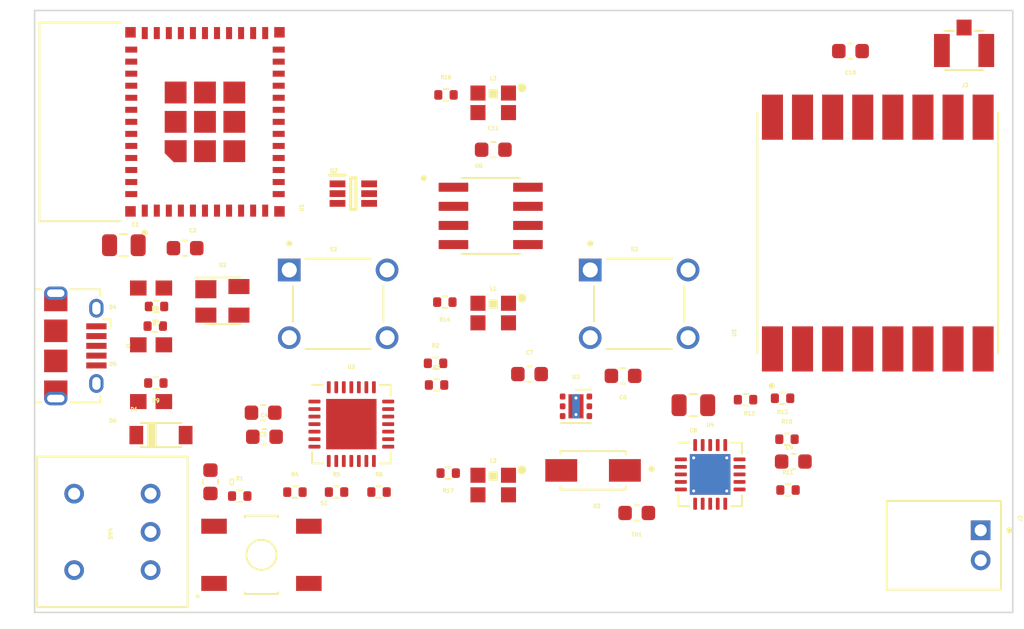
<source format=kicad_pcb>
(kicad_pcb (version 20211014) (generator pcbnew)
  (layers (0 "F.Cu" signal) (31 "B.Cu" signal) (34 "B.Paste" user) (35 "F.Paste" user) (36 "B.SilkS" user "B.Silkscreen") (37 "F.SilkS" user "F.Silkscreen") (38 "B.Mask" user) (39 "F.Mask" user) (44 "Edge.Cuts" user))
  (net 0 "")
  (net 1 "+3V3")
  (net 2 "GND")
  (net 3 "RESET")
  (net 4 "Net-(C6-Pad2)")
  (net 5 "VBUS")
  (net 6 "Net-(C9-Pad1)")
  (net 7 "Net-(D2-Pad2)")
  (net 8 "USB_DP")
  (net 9 "USB_DN")
  (net 10 "Net-(D4-Pad1)")
  (net 11 "Net-(D5-Pad1)")
  (net 12 "Net-(D6-Pad1)")
  (net 15 "Net-(J2-Pad1)")
  (net 16 "Net-(J3-Pad2)")
  (net 18 "Net-(L1-Pad3)")
  (net 20 "Net-(L2-Pad3)")
  (net 22 "Net-(L3-Pad3)")
  (net 23 "DTR")
  (net 24 "RTS")
  (net 25 "GPIO0")
  (net 26 "Net-(R2-Pad1)")
  (net 27 "RXD0")
  (net 28 "Net-(R3-Pad1)")
  (net 29 "TXD0")
  (net 30 "Net-(R4-Pad2)")
  (net 31 "Net-(R6-Pad1)")
  (net 32 "Net-(R7-Pad1)")
  (net 33 "Net-(U4-Pad7)")
  (net 34 "Net-(R9-Pad1)")
  (net 35 "Net-(R10-Pad1)")
  (net 36 "Net-(R11-Pad1)")
  (net 37 "BATT_LEVEL")
  (net 38 "STATUS_LED_DATA")
  (net 39 "BATSTAT_LED_DATA")
  (net 40 "Net-(U6-Pad2)")
  (net 41 "Net-(TH1-Pad1)")
  (net 51 "DI0_LORA")
  (net 52 "RESET_LORA")
  (net 53 "SCK_LORA")
  (net 54 "MISO_LORA")
  (net 55 "MOSI_LORA")
  (net 56 "NSS_LORA")
  (net 60 "OFF_SW_OUT")
  (net 61 "ON_SW_OUT")
  (net 83 "DTS")
  (net 93 "Net-(S3-Pad2)")
  (net 94 "LORA_LED_DATA")
  (footprint "Capacitor_SMD:C_0603_1608Metric" (layer "F.Cu") (at 100.188 96.728 180)
    (fp_text reference "C5" (at 0 -1.43) (layer "F.SilkS") (effects (font (size 0.25 0.25) (thickness 0.1))))
    (fp_text value ".1uF")
    (pad "1" smd roundrect locked (at -0.775 0 180) (size 0.9 0.95) (layers "F.Cu" "F.Paste" "F.Mask") (net 1 "+3V3"))
    (pad "2" smd roundrect locked (at 0.775 0 180) (size 0.9 0.95) (layers "F.Cu" "F.Paste" "F.Mask") (net 2 "GND"))
  )
  (footprint "Custom:WS2812B-2020" (layer "F.Cu") (at 115.478 101.535)
    (fp_text reference "L3" (at 0 -1.624) (layer "F.SilkS") (effects (font (size 0.25 0.25) (thickness 0.1))))
    (fp_text value "WS2812B-2020")
    (pad "1" smd rect (at 1.015 0.65) (size 1 1) (layers "F.Cu" "F.Paste" "F.Mask"))
    (pad "2" smd rect (at 1.015 -0.65) (size 1 1) (layers "F.Cu" "F.Paste" "F.Mask") (net 2 "GND"))
    (pad "3" smd rect (at -1.015 -0.65) (size 1 1) (layers "F.Cu" "F.Paste" "F.Mask") (net 22 "Net-(L3-Pad3)"))
    (pad "4" smd rect (at -1.015 0.65) (size 1 1) (layers "F.Cu" "F.Paste" "F.Mask") (net 1 "+3V3"))
  )
  (footprint "Custom:JST_S2B-PH-K-S(LF)(SN)" (layer "F.Cu") (at 147.87 105.539 -90)
    (fp_text reference "J2" (at -1.776 -2.6398 90) (layer "F.SilkS") (effects (font (size 0.25 0.25) (thickness 0.1))))
    (fp_text value "S2B-PH-K-S(LF)(SN)")
    (pad "1" thru_hole rect (at -1 0 270) (size 1.308 1.308) (drill 0.8) (layers *.Cu *.Mask) (net 15 "Net-(J2-Pad1)"))
    (pad "2" thru_hole circle (at 1 0 270) (size 1.308 1.308) (drill 0.8) (layers *.Cu *.Mask) (net 2 "GND"))
  )
  (footprint "Package_DFN_QFN:QFN-28-1EP_5x5mm_P0.5mm_EP3.35x3.35mm" (layer "F.Cu") (at 106.048 97.486)
    (fp_text reference "U2" (at 0 -3.8) (layer "F.SilkS") (effects (font (size 0.25 0.25) (thickness 0.1))))
    (fp_text value "CP2102N-A02-GQFN28")
    (pad "1" smd roundrect locked (at -2.45 -1.5) (size 0.8 0.25) (layers "F.Cu" "F.Paste" "F.Mask"))
    (pad "2" smd roundrect locked (at -2.45 -1) (size 0.8 0.25) (layers "F.Cu" "F.Paste" "F.Mask"))
    (pad "3" smd roundrect locked (at -2.45 -0.5) (size 0.8 0.25) (layers "F.Cu" "F.Paste" "F.Mask") (net 2 "GND"))
    (pad "4" smd roundrect locked (at -2.45 0) (size 0.8 0.25) (layers "F.Cu" "F.Paste" "F.Mask") (net 8 "USB_DP"))
    (pad "5" smd roundrect locked (at -2.45 0.5) (size 0.8 0.25) (layers "F.Cu" "F.Paste" "F.Mask") (net 9 "USB_DN"))
    (pad "6" smd roundrect locked (at -2.45 1) (size 0.8 0.25) (layers "F.Cu" "F.Paste" "F.Mask") (net 1 "+3V3"))
    (pad "7" smd roundrect locked (at -2.45 1.5) (size 0.8 0.25) (layers "F.Cu" "F.Paste" "F.Mask") (net 1 "+3V3"))
    (pad "8" smd roundrect locked (at -1.5 2.45) (size 0.25 0.8) (layers "F.Cu" "F.Paste" "F.Mask") (net 30 "Net-(R4-Pad2)"))
    (pad "9" smd roundrect locked (at -1 2.45) (size 0.25 0.8) (layers "F.Cu" "F.Paste" "F.Mask") (net 31 "Net-(R6-Pad1)"))
    (pad "10" smd roundrect locked (at -0.5 2.45) (size 0.25 0.8) (layers "F.Cu" "F.Paste" "F.Mask"))
    (pad "11" smd roundrect locked (at 0 2.45) (size 0.25 0.8) (layers "F.Cu" "F.Paste" "F.Mask"))
    (pad "12" smd roundrect locked (at 0.5 2.45) (size 0.25 0.8) (layers "F.Cu" "F.Paste" "F.Mask"))
    (pad "13" smd roundrect locked (at 1 2.45) (size 0.25 0.8) (layers "F.Cu" "F.Paste" "F.Mask"))
    (pad "14" smd roundrect locked (at 1.5 2.45) (size 0.25 0.8) (layers "F.Cu" "F.Paste" "F.Mask"))
    (pad "15" smd roundrect locked (at 2.45 1.5) (size 0.8 0.25) (layers "F.Cu" "F.Paste" "F.Mask"))
    (pad "16" smd roundrect locked (at 2.45 1) (size 0.8 0.25) (layers "F.Cu" "F.Paste" "F.Mask"))
    (pad "17" smd roundrect locked (at 2.45 0.5) (size 0.8 0.25) (layers "F.Cu" "F.Paste" "F.Mask"))
    (pad "18" smd roundrect locked (at 2.45 0) (size 0.8 0.25) (layers "F.Cu" "F.Paste" "F.Mask"))
    (pad "19" smd roundrect locked (at 2.45 -0.5) (size 0.8 0.25) (layers "F.Cu" "F.Paste" "F.Mask"))
    (pad "20" smd roundrect locked (at 2.45 -1) (size 0.8 0.25) (layers "F.Cu" "F.Paste" "F.Mask"))
    (pad "21" smd roundrect locked (at 2.45 -1.5) (size 0.8 0.25) (layers "F.Cu" "F.Paste" "F.Mask"))
    (pad "22" smd roundrect locked (at 1.5 -2.45) (size 0.25 0.8) (layers "F.Cu" "F.Paste" "F.Mask"))
    (pad "23" smd roundrect locked (at 1 -2.45) (size 0.25 0.8) (layers "F.Cu" "F.Paste" "F.Mask"))
    (pad "24" smd roundrect locked (at 0.5 -2.45) (size 0.25 0.8) (layers "F.Cu" "F.Paste" "F.Mask") (net 24 "RTS"))
    (pad "25" smd roundrect locked (at 0 -2.45) (size 0.25 0.8) (layers "F.Cu" "F.Paste" "F.Mask") (net 28 "Net-(R3-Pad1)"))
    (pad "26" smd roundrect locked (at -0.5 -2.45) (size 0.25 0.8) (layers "F.Cu" "F.Paste" "F.Mask") (net 26 "Net-(R2-Pad1)"))
    (pad "27" smd roundrect locked (at -1 -2.45) (size 0.25 0.8) (layers "F.Cu" "F.Paste" "F.Mask"))
    (pad "28" smd roundrect locked (at -1.5 -2.45) (size 0.25 0.8) (layers "F.Cu" "F.Paste" "F.Mask") (net 83 "DTS"))
    (pad "29" smd rect locked (at 0 0) (size 3.35 3.35) (layers "F.Cu" "F.Mask") (net 2 "GND"))
  )
  (footprint "Custom:MODULE_ESP32-PICO-MINI-02" (layer "F.Cu") (at 96.323 77.4 90)
    (fp_text reference "U1" (at -5.707 6.419 90) (layer "F.SilkS") (effects (font (size 0.25 0.25) (thickness 0.1))))
    (fp_text value "ESP32-PICO-MINI-02")
    (pad "1" smd rect (at -5.9 -4 90) (size 0.8 0.4) (layers "F.Cu" "F.Paste" "F.Mask") (net 2 "GND"))
    (pad "2" smd rect (at -5.9 -3.2 90) (size 0.8 0.4) (layers "F.Cu" "F.Paste" "F.Mask") (net 2 "GND"))
    (pad "3" smd rect (at -5.9 -2.4 90) (size 0.8 0.4) (layers "F.Cu" "F.Paste" "F.Mask") (net 1 "+3V3"))
    (pad "4" smd rect (at -5.9 -1.6 90) (size 0.8 0.4) (layers "F.Cu" "F.Paste" "F.Mask"))
    (pad "5" smd rect (at -5.9 -0.8 90) (size 0.8 0.4) (layers "F.Cu" "F.Paste" "F.Mask"))
    (pad "6" smd rect (at -5.9 0 90) (size 0.8 0.4) (layers "F.Cu" "F.Paste" "F.Mask"))
    (pad "7" smd rect (at -5.9 0.8 90) (size 0.8 0.4) (layers "F.Cu" "F.Paste" "F.Mask"))
    (pad "8" smd rect (at -5.9 1.6 90) (size 0.8 0.4) (layers "F.Cu" "F.Paste" "F.Mask") (net 3 "RESET"))
    (pad "9" smd rect (at -5.9 2.4 90) (size 0.8 0.4) (layers "F.Cu" "F.Paste" "F.Mask"))
    (pad "10" smd rect (at -5.9 3.2 90) (size 0.8 0.4) (layers "F.Cu" "F.Paste" "F.Mask"))
    (pad "11" smd rect (at -5.9 4 90) (size 0.8 0.4) (layers "F.Cu" "F.Paste" "F.Mask") (net 2 "GND"))
    (pad "12" smd rect (at -4.8 4.9 90) (size 0.4 0.8) (layers "F.Cu" "F.Paste" "F.Mask"))
    (pad "13" smd rect (at -4 4.9 90) (size 0.4 0.8) (layers "F.Cu" "F.Paste" "F.Mask"))
    (pad "14" smd rect (at -3.2 4.9 90) (size 0.4 0.8) (layers "F.Cu" "F.Paste" "F.Mask") (net 2 "GND"))
    (pad "15" smd rect (at -2.4 4.9 90) (size 0.4 0.8) (layers "F.Cu" "F.Paste" "F.Mask"))
    (pad "16" smd rect (at -1.6 4.9 90) (size 0.4 0.8) (layers "F.Cu" "F.Paste" "F.Mask") (net 51 "DI0_LORA"))
    (pad "17" smd rect (at -0.8 4.9 90) (size 0.4 0.8) (layers "F.Cu" "F.Paste" "F.Mask") (net 52 "RESET_LORA"))
    (pad "18" smd rect (at 0 4.9 90) (size 0.4 0.8) (layers "F.Cu" "F.Paste" "F.Mask") (net 53 "SCK_LORA"))
    (pad "19" smd rect (at 0.8 4.9 90) (size 0.4 0.8) (layers "F.Cu" "F.Paste" "F.Mask") (net 54 "MISO_LORA"))
    (pad "20" smd rect (at 1.6 4.9 90) (size 0.4 0.8) (layers "F.Cu" "F.Paste" "F.Mask") (net 55 "MOSI_LORA"))
    (pad "21" smd rect (at 2.4 4.9 90) (size 0.4 0.8) (layers "F.Cu" "F.Paste" "F.Mask") (net 56 "NSS_LORA"))
    (pad "22" smd rect (at 3.2 4.9 90) (size 0.4 0.8) (layers "F.Cu" "F.Paste" "F.Mask"))
    (pad "23" smd rect (at 4 4.9 90) (size 0.4 0.8) (layers "F.Cu" "F.Paste" "F.Mask") (net 25 "GPIO0"))
    (pad "24" smd rect (at 4.8 4.9 90) (size 0.4 0.8) (layers "F.Cu" "F.Paste" "F.Mask"))
    (pad "25" smd rect (at 5.9 4 90) (size 0.8 0.4) (layers "F.Cu" "F.Paste" "F.Mask"))
    (pad "26" smd rect (at 5.9 3.2 90) (size 0.8 0.4) (layers "F.Cu" "F.Paste" "F.Mask") (net 94 "LORA_LED_DATA"))
    (pad "27" smd rect (at 5.9 2.4 90) (size 0.8 0.4) (layers "F.Cu" "F.Paste" "F.Mask") (net 60 "OFF_SW_OUT"))
    (pad "28" smd rect (at 5.9 1.6 90) (size 0.8 0.4) (layers "F.Cu" "F.Paste" "F.Mask") (net 61 "ON_SW_OUT"))
    (pad "29" smd rect (at 5.9 0.8 90) (size 0.8 0.4) (layers "F.Cu" "F.Paste" "F.Mask") (net 39 "BATSTAT_LED_DATA"))
    (pad "30" smd rect (at 5.9 0 90) (size 0.8 0.4) (layers "F.Cu" "F.Paste" "F.Mask"))
    (pad "31" smd rect (at 5.9 -0.8 90) (size 0.8 0.4) (layers "F.Cu" "F.Paste" "F.Mask"))
    (pad "32" smd rect (at 5.9 -1.6 90) (size 0.8 0.4) (layers "F.Cu" "F.Paste" "F.Mask"))
    (pad "33" smd rect (at 5.9 -2.4 90) (size 0.8 0.4) (layers "F.Cu" "F.Paste" "F.Mask") (net 38 "STATUS_LED_DATA"))
    (pad "34" smd rect (at 5.9 -3.2 90) (size 0.8 0.4) (layers "F.Cu" "F.Paste" "F.Mask"))
    (pad "35" smd rect (at 5.9 -4 90) (size 0.8 0.4) (layers "F.Cu" "F.Paste" "F.Mask"))
    (pad "36" smd rect (at 4.8 -4.9 90) (size 0.4 0.8) (layers "F.Cu" "F.Paste" "F.Mask") (net 2 "GND"))
    (pad "37" smd rect (at 4 -4.9 90) (size 0.4 0.8) (layers "F.Cu" "F.Paste" "F.Mask") (net 2 "GND"))
    (pad "38" smd rect (at 3.2 -4.9 90) (size 0.4 0.8) (layers "F.Cu" "F.Paste" "F.Mask") (net 2 "GND"))
    (pad "39" smd rect (at 2.4 -4.9 90) (size 0.4 0.8) (layers "F.Cu" "F.Paste" "F.Mask") (net 2 "GND"))
    (pad "40" smd rect (at 1.6 -4.9 90) (size 0.4 0.8) (layers "F.Cu" "F.Paste" "F.Mask") (net 2 "GND"))
    (pad "41" smd rect (at 0.8 -4.9 90) (size 0.4 0.8) (layers "F.Cu" "F.Paste" "F.Mask") (net 2 "GND"))
    (pad "42" smd rect (at 0 -4.9 90) (size 0.4 0.8) (layers "F.Cu" "F.Paste" "F.Mask") (net 2 "GND"))
    (pad "43" smd rect (at -0.8 -4.9 90) (size 0.4 0.8) (layers "F.Cu" "F.Paste" "F.Mask") (net 2 "GND"))
    (pad "44" smd rect (at -1.6 -4.9 90) (size 0.4 0.8) (layers "F.Cu" "F.Paste" "F.Mask") (net 2 "GND"))
    (pad "45" smd rect (at -2.4 -4.9 90) (size 0.4 0.8) (layers "F.Cu" "F.Paste" "F.Mask") (net 2 "GND"))
    (pad "46" smd rect (at -3.2 -4.9 90) (size 0.4 0.8) (layers "F.Cu" "F.Paste" "F.Mask") (net 2 "GND"))
    (pad "47" smd rect (at -4 -4.9 90) (size 0.4 0.8) (layers "F.Cu" "F.Paste" "F.Mask") (net 2 "GND"))
    (pad "48" smd rect (at -4.8 -4.9 90) (size 0.4 0.8) (layers "F.Cu" "F.Paste" "F.Mask") (net 2 "GND"))
    (pad "49" smd rect (at 0 0 90) (size 1.45 1.45) (layers "F.Cu" "F.Paste" "F.Mask") (net 2 "GND"))
    (pad "50" smd rect (at 5.95 -4.95 90) (size 0.7 0.7) (layers "F.Cu" "F.Paste" "F.Mask") (net 2 "GND"))
    (pad "51" smd rect (at 5.95 4.95 90) (size 0.7 0.7) (layers "F.Cu" "F.Paste" "F.Mask") (net 2 "GND"))
    (pad "52" smd rect (at -5.95 4.95 90) (size 0.7 0.7) (layers "F.Cu" "F.Paste" "F.Mask") (net 2 "GND"))
    (pad "53" smd rect (at -5.95 -4.95 90) (size 0.7 0.7) (layers "F.Cu" "F.Paste" "F.Mask") (net 2 "GND"))
    (pad "54" smd rect (at -1.95 0 90) (size 1.45 1.45) (layers "F.Cu" "F.Paste" "F.Mask") (net 2 "GND"))
    (pad "55" smd rect (at -1.95 1.95 90) (size 1.45 1.45) (layers "F.Cu" "F.Paste" "F.Mask") (net 2 "GND"))
    (pad "56" smd rect (at 0 1.95 90) (size 1.45 1.45) (layers "F.Cu" "F.Paste" "F.Mask") (net 2 "GND"))
    (pad "57" smd rect (at 1.95 1.95 90) (size 1.45 1.45) (layers "F.Cu" "F.Paste" "F.Mask") (net 2 "GND"))
    (pad "58" smd rect (at 1.95 0 90) (size 1.45 1.45) (layers "F.Cu" "F.Paste" "F.Mask") (net 2 "GND"))
    (pad "59" smd rect (at 1.95 -1.95 90) (size 1.45 1.45) (layers "F.Cu" "F.Paste" "F.Mask") (net 2 "GND"))
    (pad "60" smd rect (at 0 -1.95 90) (size 1.45 1.45) (layers "F.Cu" "F.Paste" "F.Mask") (net 2 "GND"))
    (pad "61" smd custom (at -1.95 -1.95 90) (size 0.5 0.5) (layers "F.Cu") (net 2 "GND") (options (clearance outline) (anchor rect)) (primitives (gr_poly (pts (xy 0.725 0.725) (xy -0.725 0.725) (xy -0.725 -0.125) (xy -0.125 -0.725) (xy 0.725 -0.725)) (width 0.01) (fill yes))))
  )
  (footprint "Resistor_SMD:R_0402_1005Metric" (layer "F.Cu") (at 134.704 95.768 180)
    (fp_text reference "R13" (at 0 -0.916) (layer "F.SilkS") (effects (font (size 0.25 0.25) (thickness 0.1))))
    (fp_text value "100K")
    (pad "1" smd roundrect locked (at -0.51 0 180) (size 0.54 0.64) (layers "F.Cu" "F.Paste" "F.Mask") (net 2 "GND"))
    (pad "2" smd roundrect locked (at 0.51 0 180) (size 0.54 0.64) (layers "F.Cu" "F.Paste" "F.Mask") (net 37 "BATT_LEVEL"))
  )
  (footprint "Capacitor_SMD:C_0603_1608Metric" (layer "F.Cu") (at 139.218 72.698 180)
    (fp_text reference "C10" (at 0 -1.43) (layer "F.SilkS") (effects (font (size 0.25 0.25) (thickness 0.1))))
    (fp_text value ".1uF")
    (pad "1" smd roundrect locked (at -0.775 0 180) (size 0.9 0.95) (layers "F.Cu" "F.Paste" "F.Mask") (net 1 "+3V3"))
    (pad "2" smd roundrect locked (at 0.775 0 180) (size 0.9 0.95) (layers "F.Cu" "F.Paste" "F.Mask") (net 2 "GND"))
  )
  (footprint "Resistor_SMD:R_0402_1005Metric" (layer "F.Cu") (at 112.486 100.742 180)
    (fp_text reference "R17" (at 0 -1.17) (layer "F.SilkS") (effects (font (size 0.25 0.25) (thickness 0.1))))
    (fp_text value "470")
    (pad "1" smd roundrect locked (at -0.51 0 180) (size 0.54 0.64) (layers "F.Cu" "F.Paste" "F.Mask") (net 22 "Net-(L3-Pad3)"))
    (pad "2" smd roundrect locked (at 0.51 0 180) (size 0.54 0.64) (layers "F.Cu" "F.Paste" "F.Mask") (net 39 "BATSTAT_LED_DATA"))
  )
  (footprint "Capacitor_SMD:C_0603_1608Metric" (layer "F.Cu") (at 117.89 94.162)
    (fp_text reference "C7" (at 0 -1.43) (layer "F.SilkS") (effects (font (size 0.25 0.25) (thickness 0.1))))
    (fp_text value "1uF")
    (pad "1" smd roundrect locked (at -0.775 0) (size 0.9 0.95) (layers "F.Cu" "F.Paste" "F.Mask") (net 2 "GND"))
    (pad "2" smd roundrect locked (at 0.775 0) (size 0.9 0.95) (layers "F.Cu" "F.Paste" "F.Mask") (net 1 "+3V3"))
  )
  (footprint "Capacitor_SMD:C_0603_1608Metric" (layer "F.Cu") (at 96.686 101.32 -90)
    (fp_text reference "C3" (at 0 -1.43 90) (layer "F.SilkS") (effects (font (size 0.25 0.25) (thickness 0.1))))
    (fp_text value ".1uF")
    (pad "1" smd roundrect locked (at -0.775 0 270) (size 0.9 0.95) (layers "F.Cu" "F.Paste" "F.Mask") (net 3 "RESET"))
    (pad "2" smd roundrect locked (at 0.775 0 270) (size 0.9 0.95) (layers "F.Cu" "F.Paste" "F.Mask") (net 2 "GND"))
  )
  (footprint "Capacitor_SMD:C_0805_2012Metric" (layer "F.Cu") (at 90.932 85.598 180)
    (fp_text reference "C1" (at -0.762 1.368) (layer "F.SilkS") (effects (font (size 0.25 0.25) (thickness 0.1))))
    (fp_text value "10uF")
    (pad "1" smd roundrect locked (at -0.95 0 180) (size 1 1.45) (layers "F.Cu" "F.Paste" "F.Mask") (net 1 "+3V3"))
    (pad "2" smd roundrect locked (at 0.95 0 180) (size 1 1.45) (layers "F.Cu" "F.Paste" "F.Mask") (net 2 "GND"))
  )
  (footprint "Connector_USB:USB_Micro-B_Amphenol_10118194_Horizontal" (layer "F.Cu") (at 87.708 92.286 -90)
    (fp_text reference "J1" (at 0 -3.5 90) (layer "F.SilkS") (effects (font (size 0.25 0.25) (thickness 0.1))))
    (fp_text value "USB_B_Micro")
    (pad "1" smd rect locked (at -1.3 -1.4 270) (size 0.4 1.35) (layers "F.Cu" "F.Paste" "F.Mask") (net 7 "Net-(D2-Pad2)"))
    (pad "2" smd rect locked (at -0.65 -1.4 270) (size 0.4 1.35) (layers "F.Cu" "F.Paste" "F.Mask") (net 9 "USB_DN"))
    (pad "3" smd rect locked (at 0 -1.4 270) (size 0.4 1.35) (layers "F.Cu" "F.Paste" "F.Mask") (net 8 "USB_DP"))
    (pad "4" smd rect locked (at 0.65 -1.4 270) (size 0.4 1.35) (layers "F.Cu" "F.Paste" "F.Mask"))
    (pad "5" smd rect locked (at 1.3 -1.4 270) (size 0.4 1.35) (layers "F.Cu" "F.Paste" "F.Mask") (net 2 "GND"))
    (pad "6" smd rect locked (at 2.9 1.3 270) (size 1.2 1.55) (layers "F.Cu" "F.Paste" "F.Mask"))
    (pad "6" smd rect locked (at -1 1.3 270) (size 1.5 1.55) (layers "F.Cu" "F.Paste" "F.Mask"))
    (pad "6" thru_hole oval locked (at 2.5 -1.4 270) (size 1.25 0.95) (drill oval 0.85 0.55) (layers *.Cu *.Mask))
    (pad "6" thru_hole oval locked (at 3.5 1.3 270) (size 0.89 1.55) (drill oval 0.5 1.15) (layers *.Cu *.Mask))
    (pad "6" thru_hole oval locked (at -3.5 1.3 270) (size 0.89 1.55) (drill oval 0.5 1.15) (layers *.Cu *.Mask))
    (pad "6" smd rect locked (at -2.9 1.3 270) (size 1.2 1.55) (layers "F.Cu" "F.Paste" "F.Mask"))
    (pad "6" smd rect locked (at 1 1.3 270) (size 1.5 1.55) (layers "F.Cu" "F.Paste" "F.Mask"))
    (pad "6" thru_hole oval locked (at -2.5 -1.4 270) (size 1.25 0.95) (drill oval 0.85 0.55) (layers *.Cu *.Mask))
  )
  (footprint "Resistor_SMD:R_0402_1005Metric" (layer "F.Cu") (at 107.89 102)
    (fp_text reference "R6" (at 0 -1.17) (layer "F.SilkS") (effects (font (size 0.25 0.25) (thickness 0.1))))
    (fp_text value "1K")
    (pad "1" smd roundrect locked (at -0.51 0) (size 0.54 0.64) (layers "F.Cu" "F.Paste" "F.Mask") (net 31 "Net-(R6-Pad1)"))
    (pad "2" smd roundrect locked (at 0.51 0) (size 0.54 0.64) (layers "F.Cu" "F.Paste" "F.Mask") (net 1 "+3V3"))
  )
  (footprint "Package_SON:WSON-6-1EP_2x2mm_P0.65mm_EP1x1.6mm_ThermalVias" (layer "F.Cu") (at 120.978 96.302)
    (fp_text reference "U3" (at 0 -1.95) (layer "F.SilkS") (effects (font (size 0.25 0.25) (thickness 0.1))))
    (fp_text value "LP5912-3.3DRV")
    (pad "1" smd roundrect locked (at -0.8875 -0.65) (size 0.375 0.4) (layers "F.Cu" "F.Paste" "F.Mask") (net 1 "+3V3"))
    (pad "2" smd roundrect locked (at -0.8875 0) (size 0.375 0.4) (layers "F.Cu" "F.Paste" "F.Mask"))
    (pad "3" smd roundrect locked (at -0.8875 0.65) (size 0.375 0.4) (layers "F.Cu" "F.Paste" "F.Mask"))
    (pad "4" smd roundrect locked (at 0.8875 0.65) (size 0.375 0.4) (layers "F.Cu" "F.Paste" "F.Mask") (net 4 "Net-(C6-Pad2)"))
    (pad "5" smd roundrect locked (at 0.8875 0) (size 0.375 0.4) (layers "F.Cu" "F.Paste" "F.Mask") (net 2 "GND"))
    (pad "6" smd roundrect locked (at 0.8875 -0.65) (size 0.375 0.4) (layers "F.Cu" "F.Paste" "F.Mask") (net 4 "Net-(C6-Pad2)"))
    (pad "7" smd rect locked (at 0 0) (size 1 1.6) (layers "F.Cu" "F.Mask") (net 2 "GND"))
    (pad "7" thru_hole circle locked (at 0 0.55) (size 0.5 0.5) (drill 0.2) (layers *.Cu) (net 2 "GND"))
    (pad "7" smd rect locked (at 0 0) (size 0.5 1.6) (layers "B.Cu") (net 2 "GND"))
    (pad "7" thru_hole circle locked (at 0 -0.55) (size 0.5 0.5) (drill 0.2) (layers *.Cu) (net 2 "GND"))
  )
  (footprint "Resistor_SMD:R_0402_1005Metric" (layer "F.Cu") (at 105.066 102)
    (fp_text reference "R5" (at 0 -1.17) (layer "F.SilkS") (effects (font (size 0.25 0.25) (thickness 0.1))))
    (fp_text value "47.5K")
    (pad "1" smd roundrect locked (at -0.51 0) (size 0.54 0.64) (layers "F.Cu" "F.Paste" "F.Mask") (net 30 "Net-(R4-Pad2)"))
    (pad "2" smd roundrect locked (at 0.51 0) (size 0.54 0.64) (layers "F.Cu" "F.Paste" "F.Mask") (net 2 "GND"))
  )
  (footprint "Package_DFN_QFN:QFN-20-1EP_4x4mm_P0.5mm_EP2.7x2.7mm_ThermalVias" (layer "F.Cu") (at 129.896 100.828)
    (fp_text reference "U4" (at 0 -3.3) (layer "F.SilkS") (effects (font (size 0.25 0.25) (thickness 0.1))))
    (fp_text value "MCP73871-2CC-Custom")
    (pad "1" smd roundrect locked (at -1.95 -1) (size 0.8 0.25) (layers "F.Cu" "F.Paste" "F.Mask") (net 4 "Net-(C6-Pad2)"))
    (pad "2" smd roundrect locked (at -1.95 -0.5) (size 0.8 0.25) (layers "F.Cu" "F.Paste" "F.Mask") (net 5 "VBUS"))
    (pad "3" smd roundrect locked (at -1.95 0) (size 0.8 0.25) (layers "F.Cu" "F.Paste" "F.Mask") (net 2 "GND"))
    (pad "4" smd roundrect locked (at -1.95 0.5) (size 0.8 0.25) (layers "F.Cu" "F.Paste" "F.Mask") (net 2 "GND"))
    (pad "5" smd roundrect locked (at -1.95 1) (size 0.8 0.25) (layers "F.Cu" "F.Paste" "F.Mask") (net 41 "Net-(TH1-Pad1)"))
    (pad "6" smd roundrect locked (at -1 1.95) (size 0.25 0.8) (layers "F.Cu" "F.Paste" "F.Mask") (net 32 "Net-(R7-Pad1)"))
    (pad "7" smd roundrect locked (at -0.5 1.95) (size 0.25 0.8) (layers "F.Cu" "F.Paste" "F.Mask") (net 33 "Net-(U4-Pad7)"))
    (pad "8" smd roundrect locked (at 0 1.95) (size 0.25 0.8) (layers "F.Cu" "F.Paste" "F.Mask") (net 34 "Net-(R9-Pad1)"))
    (pad "9" smd roundrect locked (at 0.5 1.95) (size 0.25 0.8) (layers "F.Cu" "F.Paste" "F.Mask") (net 2 "GND"))
    (pad "10" smd roundrect locked (at 1 1.95) (size 0.25 0.8) (layers "F.Cu" "F.Paste" "F.Mask") (net 2 "GND"))
    (pad "11" smd roundrect locked (at 1.95 1) (size 0.8 0.25) (layers "F.Cu" "F.Paste" "F.Mask") (net 2 "GND"))
    (pad "12" smd roundrect locked (at 1.95 0.5) (size 0.8 0.25) (layers "F.Cu" "F.Paste" "F.Mask") (net 36 "Net-(R11-Pad1)"))
    (pad "13" smd roundrect locked (at 1.95 0) (size 0.8 0.25) (layers "F.Cu" "F.Paste" "F.Mask") (net 35 "Net-(R10-Pad1)"))
    (pad "14" smd roundrect locked (at 1.95 -0.5) (size 0.8 0.25) (layers "F.Cu" "F.Paste" "F.Mask") (net 6 "Net-(C9-Pad1)"))
    (pad "15" smd roundrect locked (at 1.95 -1) (size 0.8 0.25) (layers "F.Cu" "F.Paste" "F.Mask") (net 6 "Net-(C9-Pad1)"))
    (pad "16" smd roundrect locked (at 1 -1.95) (size 0.25 0.8) (layers "F.Cu" "F.Paste" "F.Mask") (net 6 "Net-(C9-Pad1)"))
    (pad "17" smd roundrect locked (at 0.5 -1.95) (size 0.25 0.8) (layers "F.Cu" "F.Paste" "F.Mask") (net 5 "VBUS"))
    (pad "18" smd roundrect locked (at 0 -1.95) (size 0.25 0.8) (layers "F.Cu" "F.Paste" "F.Mask") (net 5 "VBUS"))
    (pad "19" smd roundrect locked (at -0.5 -1.95) (size 0.25 0.8) (layers "F.Cu" "F.Paste" "F.Mask") (net 5 "VBUS"))
    (pad "20" smd roundrect locked (at -1 -1.95) (size 0.25 0.8) (layers "F.Cu" "F.Paste" "F.Mask") (net 4 "Net-(C6-Pad2)"))
    (pad "21" smd rect locked (at 0 0) (size 2.7 2.7) (layers "F.Cu" "F.Mask"))
    (pad "21" thru_hole circle locked (at 1.1 -1.1) (size 0.5 0.5) (drill 0.2) (layers *.Cu))
    (pad "21" thru_hole circle locked (at -1.1 -1.1) (size 0.5 0.5) (drill 0.2) (layers *.Cu))
    (pad "21" smd rect locked (at 0 0) (size 2.7 2.7) (layers "B.Cu"))
    (pad "21" thru_hole circle locked (at -1.1 1.1) (size 0.5 0.5) (drill 0.2) (layers *.Cu))
    (pad "21" thru_hole circle locked (at 1.1 1.1) (size 0.5 0.5) (drill 0.2) (layers *.Cu))
  )
  (footprint "Resistor_SMD:R_0402_1005Metric" (layer "F.Cu") (at 132.244 95.862 180)
    (fp_text reference "R12" (at -0.254 -0.916) (layer "F.SilkS") (effects (font (size 0.25 0.25) (thickness 0.1))))
    (fp_text value "100K")
    (pad "1" smd roundrect locked (at -0.51 0 180) (size 0.54 0.64) (layers "F.Cu" "F.Paste" "F.Mask") (net 37 "BATT_LEVEL"))
    (pad "2" smd roundrect locked (at 0.51 0 180) (size 0.54 0.64) (layers "F.Cu" "F.Paste" "F.Mask") (net 6 "Net-(C9-Pad1)"))
  )
  (footprint "Custom:WS2812B-2020" (layer "F.Cu") (at 115.478 76.135)
    (fp_text reference "L2" (at 0 -1.624) (layer "F.SilkS") (effects (font (size 0.25 0.25) (thickness 0.1))))
    (fp_text value "WS2812B-2020")
    (pad "1" smd rect (at 1.015 0.65) (size 1 1) (layers "F.Cu" "F.Paste" "F.Mask"))
    (pad "2" smd rect (at 1.015 -0.65) (size 1 1) (layers "F.Cu" "F.Paste" "F.Mask") (net 2 "GND"))
    (pad "3" smd rect (at -1.015 -0.65) (size 1 1) (layers "F.Cu" "F.Paste" "F.Mask") (net 20 "Net-(L2-Pad3)"))
    (pad "4" smd rect (at -1.015 0.65) (size 1 1) (layers "F.Cu" "F.Paste" "F.Mask") (net 1 "+3V3"))
  )
  (footprint "Resistor_SMD:R_0402_1005Metric" (layer "F.Cu") (at 134.998 98.49)
    (fp_text reference "R10" (at 0 -1.17) (layer "F.SilkS") (effects (font (size 0.25 0.25) (thickness 0.1))))
    (fp_text value "10K")
    (pad "1" smd roundrect locked (at -0.51 0) (size 0.54 0.64) (layers "F.Cu" "F.Paste" "F.Mask") (net 35 "Net-(R10-Pad1)"))
    (pad "2" smd roundrect locked (at 0.51 0) (size 0.54 0.64) (layers "F.Cu" "F.Paste" "F.Mask") (net 2 "GND"))
  )
  (footprint "Custom:SW_TS02-66-100-BK-100-LCR-D" (layer "F.Cu") (at 105.174 89.492)
    (fp_text reference "S2" (at -0.317 -3.619) (layer "F.SilkS") (effects (font (size 0.25 0.25) (thickness 0.1))))
    (fp_text value "TS02-66-100-BK-100-LCR-D")
    (pad "1" thru_hole rect (at -3.25 -2.25) (size 1.508 1.508) (drill 1) (layers *.Cu *.Mask) (net 2 "GND"))
    (pad "2" thru_hole circle (at 3.25 -2.25) (size 1.508 1.508) (drill 1) (layers *.Cu *.Mask) (net 40 "Net-(U6-Pad2)"))
    (pad "3" thru_hole circle (at -3.25 2.25) (size 1.508 1.508) (drill 1) (layers *.Cu *.Mask) (net 2 "GND"))
    (pad "4" thru_hole circle (at 3.25 2.25) (size 1.508 1.508) (drill 1) (layers *.Cu *.Mask) (net 40 "Net-(U6-Pad2)"))
  )
  (footprint "Resistor_SMD:R_0402_1005Metric" (layer "F.Cu") (at 93.102 89.668 180)
    (fp_text reference "R7" (at 0 -1.17) (layer "F.SilkS") (effects (font (size 0.25 0.25) (thickness 0.1))))
    (fp_text value "82")
    (pad "1" smd roundrect locked (at -0.51 0 180) (size 0.54 0.64) (layers "F.Cu" "F.Paste" "F.Mask") (net 32 "Net-(R7-Pad1)"))
    (pad "2" smd roundrect locked (at 0.51 0 180) (size 0.54 0.64) (layers "F.Cu" "F.Paste" "F.Mask") (net 10 "Net-(D4-Pad1)"))
  )
  (footprint "Capacitor_SMD:C_0603_1608Metric" (layer "F.Cu") (at 135.418 99.974)
    (fp_text reference "C9" (at -0.254 -0.922) (layer "F.SilkS") (effects (font (size 0.25 0.25) (thickness 0.1))))
    (fp_text value "4.7uF")
    (pad "1" smd roundrect locked (at -0.775 0) (size 0.9 0.95) (layers "F.Cu" "F.Paste" "F.Mask") (net 6 "Net-(C9-Pad1)"))
    (pad "2" smd roundrect locked (at 0.775 0) (size 0.9 0.95) (layers "F.Cu" "F.Paste" "F.Mask") (net 2 "GND"))
  )
  (footprint "Resistor_SMD:R_0402_1005Metric" (layer "F.Cu") (at 112.262 89.38 180)
    (fp_text reference "R14" (at 0 -1.17) (layer "F.SilkS") (effects (font (size 0.25 0.25) (thickness 0.1))))
    (fp_text value "470")
    (pad "1" smd roundrect locked (at -0.51 0 180) (size 0.54 0.64) (layers "F.Cu" "F.Paste" "F.Mask") (net 18 "Net-(L1-Pad3)"))
    (pad "2" smd roundrect locked (at 0.51 0 180) (size 0.54 0.64) (layers "F.Cu" "F.Paste" "F.Mask") (net 94 "LORA_LED_DATA"))
  )
  (footprint "Resistor_SMD:R_0402_1005Metric" (layer "F.Cu") (at 102.3 102.004)
    (fp_text reference "R4" (at 0 -1.17) (layer "F.SilkS") (effects (font (size 0.25 0.25) (thickness 0.1))))
    (fp_text value "22.1K")
    (pad "1" smd roundrect locked (at -0.51 0) (size 0.54 0.64) (layers "F.Cu" "F.Paste" "F.Mask") (net 5 "VBUS"))
    (pad "2" smd roundrect locked (at 0.51 0) (size 0.54 0.64) (layers "F.Cu" "F.Paste" "F.Mask") (net 30 "Net-(R4-Pad2)"))
  )
  (footprint "Custom:SMAJ5.0_DIOM4325X250N" (layer "F.Cu") (at 122.113 100.562 180)
    (fp_text reference "D3" (at -0.25 -2.365) (layer "F.SilkS") (effects (font (size 0.25 0.25) (thickness 0.1))))
    (fp_text value "SMAJ5.0")
    (pad "A" smd rect (at 2.115 0 180) (size 2.12 1.5) (layers "F.Cu" "F.Paste" "F.Mask") (net 2 "GND"))
    (pad "C" smd rect (at -2.115 0 180) (size 2.12 1.5) (layers "F.Cu" "F.Paste" "F.Mask") (net 5 "VBUS"))
  )
  (footprint "Custom:SOD3716X135N" (layer "F.Cu") (at 93.3985 98.2145)
    (fp_text reference "D1" (at -1.782203 -1.706585) (layer "F.SilkS") (effects (font (size 0.25 0.25) (thickness 0.1))))
    (fp_text value "B5819W-TP")
    (pad "A" smd rect (at 1.6383 0) (size 0.9144 1.2192) (layers "F.Cu" "F.Paste" "F.Mask") (net 7 "Net-(D2-Pad2)"))
    (pad "C" smd rect (at -1.6383 0) (size 0.9144 1.2192) (layers "F.Cu" "F.Paste" "F.Mask") (net 5 "VBUS"))
  )
  (footprint "Custom:SOIC127P600X175-8N" (layer "F.Cu") (at 115.31 83.65)
    (fp_text reference "U6" (at -0.795 -3.337) (layer "F.SilkS") (effects (font (size 0.25 0.25) (thickness 0.1))))
    (fp_text value "LS18-S(Debouce)")
    (pad "1" smd roundrect (at -2.475 -1.905) (size 1.97 0.6) (layers "F.Cu" "F.Paste" "F.Mask") (roundrect_rratio 0.07) (net 1 "+3V3"))
    (pad "2" smd roundrect (at -2.475 -0.635) (size 1.97 0.6) (layers "F.Cu" "F.Paste" "F.Mask") (roundrect_rratio 0.07) (net 40 "Net-(U6-Pad2)"))
    (pad "3" smd roundrect (at -2.475 0.635) (size 1.97 0.6) (layers "F.Cu" "F.Paste" "F.Mask") (roundrect_rratio 0.07))
    (pad "4" smd roundrect (at -2.475 1.905) (size 1.97 0.6) (layers "F.Cu" "F.Paste" "F.Mask") (roundrect_rratio 0.07) (net 93 "Net-(S3-Pad2)"))
    (pad "5" smd roundrect (at 2.475 1.905) (size 1.97 0.6) (layers "F.Cu" "F.Paste" "F.Mask") (roundrect_rratio 0.07) (net 60 "OFF_SW_OUT"))
    (pad "6" smd roundrect (at 2.475 0.635) (size 1.97 0.6) (layers "F.Cu" "F.Paste" "F.Mask") (roundrect_rratio 0.07))
    (pad "7" smd roundrect (at 2.475 -0.635) (size 1.97 0.6) (layers "F.Cu" "F.Paste" "F.Mask") (roundrect_rratio 0.07) (net 61 "ON_SW_OUT"))
    (pad "8" smd roundrect (at 2.475 -1.905) (size 1.97 0.6) (layers "F.Cu" "F.Paste" "F.Mask") (roundrect_rratio 0.07) (net 2 "GND"))
  )
  (footprint "Resistor_SMD:R_0402_1005Metric" (layer "F.Cu") (at 111.712 94.886)
    (fp_text reference "R3" (at 0 -1.17) (layer "F.SilkS") (effects (font (size 0.25 0.25) (thickness 0.1))))
    (fp_text value "1K")
    (pad "1" smd roundrect locked (at -0.51 0) (size 0.54 0.64) (layers "F.Cu" "F.Paste" "F.Mask") (net 28 "Net-(R3-Pad1)"))
    (pad "2" smd roundrect locked (at 0.51 0) (size 0.54 0.64) (layers "F.Cu" "F.Paste" "F.Mask") (net 29 "TXD0"))
  )
  (footprint "Custom:LED_0603" (layer "F.Cu") (at 92.741 92.215638 180)
    (fp_text reference "D5" (at 2.546782 -1.273388) (layer "F.SilkS") (effects (font (size 0.25 0.25) (thickness 0.1))))
    (fp_text value "BLUE")
    (pad "1" smd rect (at -0.85 0 180) (size 1.1 1) (layers "F.Cu" "F.Paste" "F.Mask") (net 11 "Net-(D5-Pad1)"))
    (pad "2" smd rect (at 0.85 0 180) (size 1.1 1) (layers "F.Cu" "F.Paste" "F.Mask") (net 5 "VBUS"))
  )
  (footprint "Custom:RFM95W-915S2" (layer "F.Cu") (at 141.033 84.79 90)
    (fp_text reference "U5" (at -6.63079 -9.54026 90) (layer "F.SilkS") (effects (font (size 0.25 0.25) (thickness 0.1))))
    (fp_text value "RFM95W-915S2")
    (pad "1" smd rect (at -7.7 -7 90) (size 3 1.4) (layers "F.Cu" "F.Paste" "F.Mask") (net 2 "GND"))
    (pad "2" smd rect (at -7.7 -5 90) (size 3 1.4) (layers "F.Cu" "F.Paste" "F.Mask") (net 54 "MISO_LORA"))
    (pad "3" smd rect (at -7.7 -3 90) (size 3 1.4) (layers "F.Cu" "F.Paste" "F.Mask") (net 55 "MOSI_LORA"))
    (pad "4" smd rect (at -7.7 -1 90) (size 3 1.4) (layers "F.Cu" "F.Paste" "F.Mask") (net 53 "SCK_LORA"))
    (pad "5" smd rect (at -7.7 1 90) (size 3 1.4) (layers "F.Cu" "F.Paste" "F.Mask") (net 56 "NSS_LORA"))
    (pad "6" smd rect (at -7.7 3 90) (size 3 1.4) (layers "F.Cu" "F.Paste" "F.Mask") (net 52 "RESET_LORA"))
    (pad "7" smd rect (at -7.7 5 90) (size 3 1.4) (layers "F.Cu" "F.Paste" "F.Mask"))
    (pad "8" smd rect (at -7.7 7 90) (size 3 1.4) (layers "F.Cu" "F.Paste" "F.Mask") (net 2 "GND"))
    (pad "9" smd rect (at 7.7 7 90) (size 3 1.4) (layers "F.Cu" "F.Paste" "F.Mask") (net 16 "Net-(J3-Pad2)"))
    (pad "10" smd rect (at 7.7 5 90) (size 3 1.4) (layers "F.Cu" "F.Paste" "F.Mask") (net 2 "GND"))
    (pad "11" smd rect (at 7.7 3 90) (size 3 1.4) (layers "F.Cu" "F.Paste" "F.Mask"))
    (pad "12" smd rect (at 7.7 1 90) (size 3 1.4) (layers "F.Cu" "F.Paste" "F.Mask"))
    (pad "13" smd rect (at 7.7 -1 90) (size 3 1.4) (layers "F.Cu" "F.Paste" "F.Mask") (net 1 "+3V3"))
    (pad "14" smd rect (at 7.7 -3 90) (size 3 1.4) (layers "F.Cu" "F.Paste" "F.Mask") (net 51 "DI0_LORA"))
    (pad "15" smd rect (at 7.7 -5 90) (size 3 1.4) (layers "F.Cu" "F.Paste" "F.Mask"))
    (pad "16" smd rect (at 7.7 -7 90) (size 3 1.4) (layers "F.Cu" "F.Paste" "F.Mask"))
  )
  (footprint "Capacitor_SMD:C_0603_1608Metric" (layer "F.Cu") (at 125.014 103.392 180)
    (fp_text reference "TH1" (at 0 -1.43) (layer "F.SilkS") (effects (font (size 0.25 0.25) (thickness 0.1))))
    (fp_text value "10K")
    (pad "1" smd roundrect locked (at -0.775 0 180) (size 0.9 0.95) (layers "F.Cu" "F.Paste" "F.Mask") (net 41 "Net-(TH1-Pad1)"))
    (pad "2" smd roundrect locked (at 0.775 0 180) (size 0.9 0.95) (layers "F.Cu" "F.Paste" "F.Mask") (net 2 "GND"))
  )
  (footprint "Capacitor_SMD:C_0603_1608Metric" (layer "F.Cu") (at 95.002 85.792)
    (fp_text reference "C2" (at 0.508 -1.176) (layer "F.SilkS") (effects (font (size 0.25 0.25) (thickness 0.1))))
    (fp_text value ".1uF")
    (pad "1" smd roundrect locked (at -0.775 0) (size 0.9 0.95) (layers "F.Cu" "F.Paste" "F.Mask") (net 1 "+3V3"))
    (pad "2" smd roundrect locked (at 0.775 0) (size 0.9 0.95) (layers "F.Cu" "F.Paste" "F.Mask") (net 2 "GND"))
  )
  (footprint "Custom:SOT65P230X110-6N" (layer "F.Cu") (at 106.181 82.168)
    (fp_text reference "Q2" (at -1.295 -1.524) (layer "F.SilkS") (effects (font (size 0.25 0.25) (thickness 0.1))))
    (fp_text value "UMH3N")
    (pad "1" smd rect (at -1.05 -0.65) (size 1.05 0.45) (layers "F.Cu" "F.Paste" "F.Mask") (net 23 "DTR"))
    (pad "2" smd rect (at -1.05 0) (size 1.05 0.45) (layers "F.Cu" "F.Paste" "F.Mask") (net 24 "RTS"))
    (pad "3" smd rect (at -1.05 0.65) (size 1.05 0.45) (layers "F.Cu" "F.Paste" "F.Mask") (net 3 "RESET"))
    (pad "4" smd rect (at 1.05 0.65) (size 1.05 0.45) (layers "F.Cu" "F.Paste" "F.Mask") (net 24 "RTS"))
    (pad "5" smd rect (at 1.05 0) (size 1.05 0.45) (layers "F.Cu" "F.Paste" "F.Mask") (net 23 "DTR"))
    (pad "6" smd rect (at 1.05 -0.65) (size 1.05 0.45) (layers "F.Cu" "F.Paste" "F.Mask") (net 25 "GPIO0"))
  )
  (footprint "Custom:SW_TL3342F160QG" (layer "F.Cu") (at 100.076 106.172)
    (fp_text reference "S1" (at 4.162825 -3.431485) (layer "F.SilkS") (effects (font (size 0.25 0.25) (thickness 0.1))))
    (fp_text value "TL3342F160QG")
    (pad "1" smd rect (at -3.15 1.9) (size 1.7 1) (layers "F.Cu" "F.Paste" "F.Mask") (net 3 "RESET"))
    (pad "2" smd rect (at 3.15 1.9) (size 1.7 1) (layers "F.Cu" "F.Paste" "F.Mask") (net 3 "RESET"))
    (pad "3" smd rect (at -3.15 -1.9) (size 1.7 1) (layers "F.Cu" "F.Paste" "F.Mask") (net 2 "GND"))
    (pad "4" smd rect (at 3.15 -1.9) (size 1.7 1) (layers "F.Cu" "F.Paste" "F.Mask") (net 2 "GND"))
  )
  (footprint "Capacitor_SMD:C_0805_2012Metric" (layer "F.Cu") (at 128.778 96.228 180)
    (fp_text reference "C8" (at 0 -1.68) (layer "F.SilkS") (effects (font (size 0.25 0.25) (thickness 0.1))))
    (fp_text value "10uF")
    (pad "1" smd roundrect locked (at -0.95 0 180) (size 1 1.45) (layers "F.Cu" "F.Paste" "F.Mask") (net 5 "VBUS"))
    (pad "2" smd roundrect locked (at 0.95 0 180) (size 1 1.45) (layers "F.Cu" "F.Paste" "F.Mask") (net 2 "GND"))
  )
  (footprint "Capacitor_SMD:C_0603_1608Metric" (layer "F.Cu") (at 124.104 94.28 180)
    (fp_text reference "C6" (at 0 -1.43) (layer "F.SilkS") (effects (font (size 0.25 0.25) (thickness 0.1))))
    (fp_text value "1uF")
    (pad "1" smd roundrect locked (at -0.775 0 180) (size 0.9 0.95) (layers "F.Cu" "F.Paste" "F.Mask") (net 2 "GND"))
    (pad "2" smd roundrect locked (at 0.775 0 180) (size 0.9 0.95) (layers "F.Cu" "F.Paste" "F.Mask") (net 4 "Net-(C6-Pad2)"))
  )
  (footprint "Custom:SW_TS02-66-100-BK-100-LCR-D" (layer "F.Cu") (at 125.174 89.492)
    (fp_text reference "S3" (at -0.317 -3.619) (layer "F.SilkS") (effects (font (size 0.25 0.25) (thickness 0.1))))
    (fp_text value "TS02-66-100-BK-100-LCR-D")
    (pad "1" thru_hole rect (at -3.25 -2.25) (size 1.508 1.508) (drill 1) (layers *.Cu *.Mask) (net 2 "GND"))
    (pad "2" thru_hole circle (at 3.25 -2.25) (size 1.508 1.508) (drill 1) (layers *.Cu *.Mask) (net 93 "Net-(S3-Pad2)"))
    (pad "3" thru_hole circle (at -3.25 2.25) (size 1.508 1.508) (drill 1) (layers *.Cu *.Mask) (net 2 "GND"))
    (pad "4" thru_hole circle (at 3.25 2.25) (size 1.508 1.508) (drill 1) (layers *.Cu *.Mask) (net 93 "Net-(S3-Pad2)"))
  )
  (footprint "Custom:LED_0603" (layer "F.Cu") (at 92.741 95.988276 180)
    (fp_text reference "D6" (at 2.546782 -1.273388) (layer "F.SilkS") (effects (font (size 0.25 0.25) (thickness 0.1))))
    (fp_text value "Red")
    (pad "1" smd rect (at -0.85 0 180) (size 1.1 1) (layers "F.Cu" "F.Paste" "F.Mask") (net 12 "Net-(D6-Pad1)"))
    (pad "2" smd rect (at 0.85 0 180) (size 1.1 1) (layers "F.Cu" "F.Paste" "F.Mask") (net 5 "VBUS"))
  )
  (footprint "Resistor_SMD:R_0402_1005Metric" (layer "F.Cu") (at 135.066 101.866)
    (fp_text reference "R11" (at 0 -1.17) (layer "F.SilkS") (effects (font (size 0.25 0.25) (thickness 0.1))))
    (fp_text value "100K")
    (pad "1" smd roundrect locked (at -0.51 0) (size 0.54 0.64) (layers "F.Cu" "F.Paste" "F.Mask") (net 36 "Net-(R11-Pad1)"))
    (pad "2" smd roundrect locked (at 0.51 0) (size 0.54 0.64) (layers "F.Cu" "F.Paste" "F.Mask") (net 2 "GND"))
  )
  (footprint "Package_TO_SOT_SMD:SOT-143" (layer "F.Cu") (at 97.48 89.294)
    (fp_text reference "D2" (at 0.02 -2.38) (layer "F.SilkS") (effects (font (size 0.25 0.25) (thickness 0.1))))
    (fp_text value "SP0503BAHTG")
    (pad "1" smd rect locked (at -1.1 -0.77 270) (size 1.2 1.4) (layers "F.Cu" "F.Paste" "F.Mask") (net 2 "GND"))
    (pad "2" smd rect locked (at -1.1 0.95 270) (size 1 1.4) (layers "F.Cu" "F.Paste" "F.Mask") (net 7 "Net-(D2-Pad2)"))
    (pad "3" smd rect locked (at 1.1 0.95 270) (size 1 1.4) (layers "F.Cu" "F.Paste" "F.Mask") (net 8 "USB_DP"))
    (pad "4" smd rect locked (at 1.1 -0.95 270) (size 1 1.4) (layers "F.Cu" "F.Paste" "F.Mask") (net 9 "USB_DN"))
  )
  (footprint "Resistor_SMD:R_0402_1005Metric" (layer "F.Cu") (at 93.058 94.756 180)
    (fp_text reference "R9" (at 0 -1.17) (layer "F.SilkS") (effects (font (size 0.25 0.25) (thickness 0.1))))
    (fp_text value "150")
    (pad "1" smd roundrect locked (at -0.51 0 180) (size 0.54 0.64) (layers "F.Cu" "F.Paste" "F.Mask") (net 34 "Net-(R9-Pad1)"))
    (pad "2" smd roundrect locked (at 0.51 0 180) (size 0.54 0.64) (layers "F.Cu" "F.Paste" "F.Mask") (net 12 "Net-(D6-Pad1)"))
  )
  (footprint "Resistor_SMD:R_0402_1005Metric" (layer "F.Cu") (at 112.338 75.61)
    (fp_text reference "R16" (at 0 -1.17) (layer "F.SilkS") (effects (font (size 0.25 0.25) (thickness 0.1))))
    (fp_text value "470")
    (pad "1" smd roundrect locked (at -0.51 0) (size 0.54 0.64) (layers "F.Cu" "F.Paste" "F.Mask") (net 20 "Net-(L2-Pad3)"))
    (pad "2" smd roundrect locked (at 0.51 0) (size 0.54 0.64) (layers "F.Cu" "F.Paste" "F.Mask") (net 38 "STATUS_LED_DATA"))
  )
  (footprint "Custom:WS2812B-2020" (layer "F.Cu") (at 115.478 90.105)
    (fp_text reference "L1" (at 0 -1.624) (layer "F.SilkS") (effects (font (size 0.25 0.25) (thickness 0.1))))
    (fp_text value "WS2812B-2020")
    (pad "1" smd rect (at 1.015 0.65) (size 1 1) (layers "F.Cu" "F.Paste" "F.Mask"))
    (pad "2" smd rect (at 1.015 -0.65) (size 1 1) (layers "F.Cu" "F.Paste" "F.Mask") (net 2 "GND"))
    (pad "3" smd rect (at -1.015 -0.65) (size 1 1) (layers "F.Cu" "F.Paste" "F.Mask") (net 18 "Net-(L1-Pad3)"))
    (pad "4" smd rect (at -1.015 0.65) (size 1 1) (layers "F.Cu" "F.Paste" "F.Mask") (net 1 "+3V3"))
  )
  (footprint "Custom:AS11CH" (layer "F.Cu") (at 90.17 104.648 -90)
    (fp_text reference "SW4" (at 0.127 0.127 90) (layer "F.SilkS") (effects (font (size 0.25 0.25) (thickness 0.1))))
    (fp_text value "AS11CH")
    (pad "1" thru_hole circle (at -2.54 -2.54 270) (size 1.308 1.308) (drill 0.8) (layers *.Cu *.Mask) (net 6 "Net-(C9-Pad1)"))
    (pad "2" thru_hole circle (at 0 -2.54 270) (size 1.308 1.308) (drill 0.8) (layers *.Cu *.Mask))
    (pad "3" thru_hole circle (at 2.54 -2.54 270) (size 1.308 1.308) (drill 0.8) (layers *.Cu *.Mask) (net 15 "Net-(J2-Pad1)"))
    (pad "M1" thru_hole circle (at -2.54 2.54 270) (size 1.308 1.308) (drill 0.8) (layers *.Cu *.Mask))
    (pad "M2" thru_hole circle (at 2.54 2.54 270) (size 1.308 1.308) (drill 0.8) (layers *.Cu *.Mask))
  )
  (footprint "Capacitor_SMD:C_0603_1608Metric" (layer "F.Cu") (at 115.482 79.252)
    (fp_text reference "C11" (at 0 -1.43) (layer "F.SilkS") (effects (font (size 0.25 0.25) (thickness 0.1))))
    (fp_text value ".1uF")
    (pad "1" smd roundrect locked (at -0.775 0) (size 0.9 0.95) (layers "F.Cu" "F.Paste" "F.Mask") (net 1 "+3V3"))
    (pad "2" smd roundrect locked (at 0.775 0) (size 0.9 0.95) (layers "F.Cu" "F.Paste" "F.Mask") (net 2 "GND"))
  )
  (footprint "Resistor_SMD:R_0402_1005Metric" (layer "F.Cu") (at 98.632 102.266)
    (fp_text reference "R1" (at 0 -1.17) (layer "F.SilkS") (effects (font (size 0.25 0.25) (thickness 0.1))))
    (fp_text value "10K")
    (pad "1" smd roundrect locked (at -0.51 0) (size 0.54 0.64) (layers "F.Cu" "F.Paste" "F.Mask") (net 1 "+3V3"))
    (pad "2" smd roundrect locked (at 0.51 0) (size 0.54 0.64) (layers "F.Cu" "F.Paste" "F.Mask") (net 3 "RESET"))
  )
  (footprint "Resistor_SMD:R_0402_1005Metric" (layer "F.Cu") (at 93.02 90.972)
    (fp_text reference "R8" (at 0 -1.17) (layer "F.SilkS") (effects (font (size 0.25 0.25) (thickness 0.1))))
    (fp_text value "82")
    (pad "1" smd roundrect locked (at -0.51 0) (size 0.54 0.64) (layers "F.Cu" "F.Paste" "F.Mask") (net 33 "Net-(U4-Pad7)"))
    (pad "2" smd roundrect locked (at 0.51 0) (size 0.54 0.64) (layers "F.Cu" "F.Paste" "F.Mask") (net 11 "Net-(D5-Pad1)"))
  )
  (footprint "Custom:LED_0603" (layer "F.Cu") (at 92.741 88.443 180)
    (fp_text reference "D4" (at 2.546782 -1.273388) (layer "F.SilkS") (effects (font (size 0.25 0.25) (thickness 0.1))))
    (fp_text value "Green")
    (pad "1" smd rect (at -0.85 0 180) (size 1.1 1) (layers "F.Cu" "F.Paste" "F.Mask") (net 10 "Net-(D4-Pad1)"))
    (pad "2" smd rect (at 0.85 0 180) (size 1.1 1) (layers "F.Cu" "F.Paste" "F.Mask") (net 5 "VBUS"))
  )
  (footprint "Resistor_SMD:R_0402_1005Metric" (layer "F.Cu") (at 111.644 93.444)
    (fp_text reference "R2" (at 0 -1.17) (layer "F.SilkS") (effects (font (size 0.25 0.25) (thickness 0.1))))
    (fp_text value "1K")
    (pad "1" smd roundrect locked (at -0.51 0) (size 0.54 0.64) (layers "F.Cu" "F.Paste" "F.Mask") (net 26 "Net-(R2-Pad1)"))
    (pad "2" smd roundrect locked (at 0.51 0) (size 0.54 0.64) (layers "F.Cu" "F.Paste" "F.Mask") (net 27 "RXD0"))
  )
  (footprint "Custom:HRS_U.FL-R-SMT-1(10)" (layer "F.Cu") (at 146.766 72.658 180)
    (fp_text reference "J3" (at -0.060105 -2.311695) (layer "F.SilkS") (effects (font (size 0.25 0.25) (thickness 0.1))))
    (fp_text value "U.FL-R-SMT-1(10)")
    (pad "1" smd rect (at -1.475 0 180) (size 1.05 2.2) (layers "F.Cu" "F.Paste" "F.Mask") (net 2 "GND"))
    (pad "2" smd rect (at 0 1.525 180) (size 1 1.05) (layers "F.Cu" "F.Paste" "F.Mask") (net 16 "Net-(J3-Pad2)"))
    (pad "3" smd rect (at 1.475 0 180) (size 1.05 2.2) (layers "F.Cu" "F.Paste" "F.Mask") (net 2 "GND"))
  )
  (footprint "Capacitor_SMD:C_0603_1608Metric" (layer "F.Cu") (at 100.276 98.328)
    (fp_text reference "C4" (at 0 -1.43) (layer "F.SilkS") (effects (font (size 0.25 0.25) (thickness 0.1))))
    (fp_text value "4.7uF")
    (pad "1" smd roundrect locked (at -0.775 0) (size 0.9 0.95) (layers "F.Cu" "F.Paste" "F.Mask") (net 1 "+3V3"))
    (pad "2" smd roundrect locked (at 0.775 0) (size 0.9 0.95) (layers "F.Cu" "F.Paste" "F.Mask") (net 2 "GND"))
  )
  (gr_line (start 150 70) (end 85 70) (layer "Edge.Cuts") (width 0.1))
  (gr_line (start 150 110) (end 150 70) (layer "Edge.Cuts") (width 0.1))
  (gr_line (start 85 70) (end 85 110) (layer "Edge.Cuts") (width 0.1))
  (gr_line (start 85 110) (end 150 110) (layer "Edge.Cuts") (width 0.1))
)
</source>
